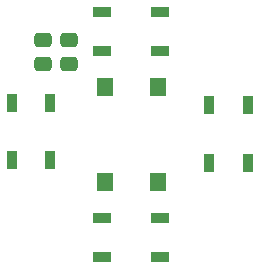
<source format=gts>
G04 #@! TF.GenerationSoftware,KiCad,Pcbnew,8.0.2-1*
G04 #@! TF.CreationDate,2024-11-27T21:54:45+07:00*
G04 #@! TF.ProjectId,v1,76312e6b-6963-4616-945f-706362585858,rev?*
G04 #@! TF.SameCoordinates,Original*
G04 #@! TF.FileFunction,Soldermask,Top*
G04 #@! TF.FilePolarity,Negative*
%FSLAX46Y46*%
G04 Gerber Fmt 4.6, Leading zero omitted, Abs format (unit mm)*
G04 Created by KiCad (PCBNEW 8.0.2-1) date 2024-11-27 21:54:45*
%MOMM*%
%LPD*%
G01*
G04 APERTURE LIST*
G04 Aperture macros list*
%AMRoundRect*
0 Rectangle with rounded corners*
0 $1 Rounding radius*
0 $2 $3 $4 $5 $6 $7 $8 $9 X,Y pos of 4 corners*
0 Add a 4 corners polygon primitive as box body*
4,1,4,$2,$3,$4,$5,$6,$7,$8,$9,$2,$3,0*
0 Add four circle primitives for the rounded corners*
1,1,$1+$1,$2,$3*
1,1,$1+$1,$4,$5*
1,1,$1+$1,$6,$7*
1,1,$1+$1,$8,$9*
0 Add four rect primitives between the rounded corners*
20,1,$1+$1,$2,$3,$4,$5,0*
20,1,$1+$1,$4,$5,$6,$7,0*
20,1,$1+$1,$6,$7,$8,$9,0*
20,1,$1+$1,$8,$9,$2,$3,0*%
G04 Aperture macros list end*
%ADD10R,1.400000X1.600000*%
%ADD11R,0.900000X1.500000*%
%ADD12R,1.500000X0.900000*%
%ADD13RoundRect,0.250000X-0.475000X0.337500X-0.475000X-0.337500X0.475000X-0.337500X0.475000X0.337500X0*%
G04 APERTURE END LIST*
D10*
X145500000Y-93250000D03*
X145500000Y-101250000D03*
X141000000Y-93250000D03*
X141000000Y-101250000D03*
D11*
X136400000Y-94550000D03*
X133100000Y-94550000D03*
X133100000Y-99450000D03*
X136400000Y-99450000D03*
D12*
X140800000Y-104350000D03*
X140800000Y-107650000D03*
X145700000Y-107650000D03*
X145700000Y-104350000D03*
D11*
X149850000Y-94800000D03*
X153150000Y-94800000D03*
X153150000Y-99700000D03*
X149850000Y-99700000D03*
D12*
X145700000Y-90150000D03*
X145700000Y-86850000D03*
X140800000Y-86850000D03*
X140800000Y-90150000D03*
D13*
X135750000Y-91325000D03*
X135750000Y-89250000D03*
X138000000Y-91325000D03*
X138000000Y-89250000D03*
M02*

</source>
